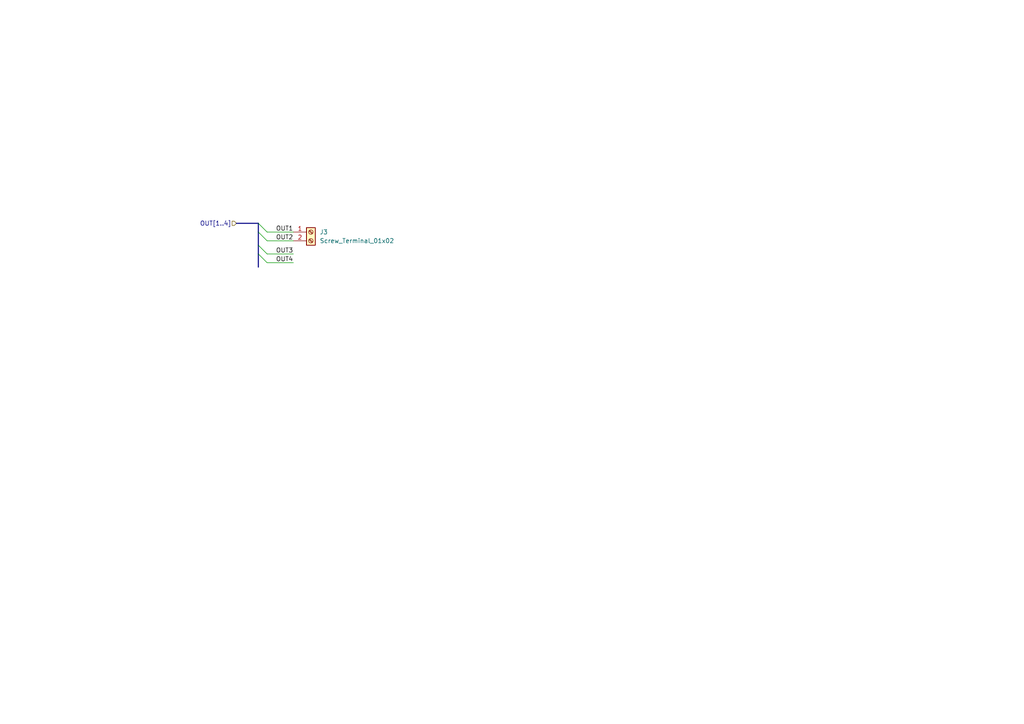
<source format=kicad_sch>
(kicad_sch (version 20231120) (generator "eeschema") (generator_version "8.0")
  (paper "A4")
  (lib_symbols
    (symbol "Connector:Screw_Terminal_01x02" (pin_names (offset 1.016) hide)
      (property "Reference" "J" (at 0 2.54 0))
      (property "Value" "Screw_Terminal_01x02" (at 0 -5.08 0))
      (symbol "Screw_Terminal_01x02_1_1"
        (rectangle (start -1.27 1.27) (end 1.27 -3.81) (stroke (width 0.254)) (fill (type background)))
        (circle (center 0 -2.54) (radius 0.635) (stroke (width 0.1524)))
        (polyline (pts (xy -0.5334 -2.2098) (xy 0.3302 -3.048)) (stroke (width 0.1524)))
        (polyline (pts (xy -0.5334 0.3302) (xy 0.3302 -0.508)) (stroke (width 0.1524)))
        (polyline (pts (xy -0.3556 -2.032) (xy 0.508 -2.8702)) (stroke (width 0.1524)))
        (polyline (pts (xy -0.3556 0.508) (xy 0.508 -0.3302)) (stroke (width 0.1524)))
        (circle (center 0 0) (radius 0.635) (stroke (width 0.1524)))
        (pin passive line (at -5.08 0 0) (length 3.81) (name "Pin_1") (number "1"))
        (pin passive line (at -5.08 -2.54 0) (length 3.81) (name "Pin_2") (number "2"))
      )
    )
  )
  (bus_entry (at 74.93 73.66) (size 2.54 2.54))
  (bus_entry (at 74.93 71.12) (size 2.54 2.54))
  (bus_entry (at 74.93 67.31) (size 2.54 2.54))
  (bus_entry (at 74.93 64.77) (size 2.54 2.54))
  (wire (pts (xy 77.47 76.2) (xy 85.09 76.2)))
  (bus (pts (xy 74.93 71.12) (xy 74.93 73.66)))
  (bus (pts (xy 74.93 67.31) (xy 74.93 71.12)))
  (bus (pts (xy 74.93 73.66) (xy 74.93 77.47)))
  (wire (pts (xy 77.47 73.66) (xy 85.09 73.66)))
  (wire (pts (xy 77.47 67.31) (xy 85.09 67.31)))
  (bus (pts (xy 68.58 64.77) (xy 74.93 64.77)))
  (wire (pts (xy 77.47 69.85) (xy 85.09 69.85)))
  (bus (pts (xy 74.93 64.77) (xy 74.93 67.31)))
  (label "OUT4" (at 80.01 76.2 0))
  (label "OUT3" (at 80.01 73.66 0))
  (label "OUT1" (at 80.01 67.31 0))
  (label "OUT2" (at 80.01 69.85 0))
  (hierarchical_label "OUT[1..4]" (shape input) (at 68.58 64.77 180))
  (symbol (lib_id "Connector:Screw_Terminal_01x02") (at 90.17 67.31 0) (unit 1)
    (property "Reference" "J3" (at 92.71 67.3099 0) (effects (justify left)))
    (property "Value" "Screw_Terminal_01x02" (at 92.71 69.8499 0) (effects (justify left)))
    (property "Footprint" "easyeda2kicad:CONN-TH_P5.08_KF128-5.08-2P" (effects (hide yes)))
    (property "Description" "Generic screw terminal, single row, 01x02, script generated (kicad-library-utils/schlib/autogen/connector/)" (effects (hide yes)))
    (property "LCSC" "C474952" (effects (hide yes)))
    (property "LCSC Part" "C474952" (effects (hide yes)))
    (property "LCSC Part Number" "C474952" (effects (hide yes)))
    (instances (project "DRV-Tester" (path "" (reference "J3") (unit 1)) (path "" (reference "J1") (unit 1))))
  )
)
</source>
